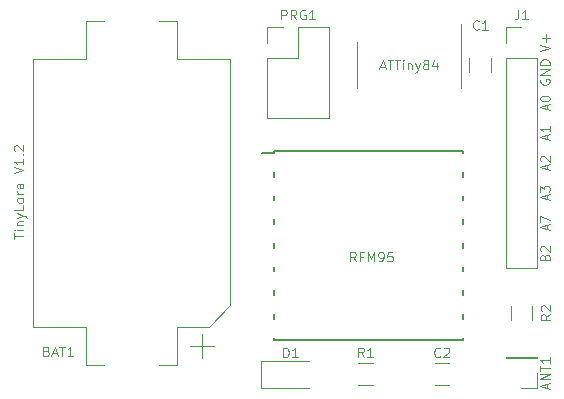
<source format=gbr>
G04 #@! TF.GenerationSoftware,KiCad,Pcbnew,5.1.5*
G04 #@! TF.CreationDate,2020-01-01T11:05:53+01:00*
G04 #@! TF.ProjectId,LORA_ATTINY84,4c4f5241-5f41-4545-9449-4e5938342e6b,rev?*
G04 #@! TF.SameCoordinates,Original*
G04 #@! TF.FileFunction,Legend,Top*
G04 #@! TF.FilePolarity,Positive*
%FSLAX46Y46*%
G04 Gerber Fmt 4.6, Leading zero omitted, Abs format (unit mm)*
G04 Created by KiCad (PCBNEW 5.1.5) date 2020-01-01 11:05:53*
%MOMM*%
%LPD*%
G04 APERTURE LIST*
%ADD10C,0.100000*%
%ADD11C,0.120000*%
%ADD12C,0.200000*%
G04 APERTURE END LIST*
D10*
X91509857Y-66427309D02*
X91547952Y-66313023D01*
X91586047Y-66274928D01*
X91662238Y-66236833D01*
X91776523Y-66236833D01*
X91852714Y-66274928D01*
X91890809Y-66313023D01*
X91928904Y-66389214D01*
X91928904Y-66693976D01*
X91128904Y-66693976D01*
X91128904Y-66427309D01*
X91167000Y-66351119D01*
X91205095Y-66313023D01*
X91281285Y-66274928D01*
X91357476Y-66274928D01*
X91433666Y-66313023D01*
X91471761Y-66351119D01*
X91509857Y-66427309D01*
X91509857Y-66693976D01*
X91205095Y-65932071D02*
X91167000Y-65893976D01*
X91128904Y-65817785D01*
X91128904Y-65627309D01*
X91167000Y-65551119D01*
X91205095Y-65513023D01*
X91281285Y-65474928D01*
X91357476Y-65474928D01*
X91471761Y-65513023D01*
X91928904Y-65970166D01*
X91928904Y-65474928D01*
X91700333Y-64071428D02*
X91700333Y-63690476D01*
X91928904Y-64147619D02*
X91128904Y-63880952D01*
X91928904Y-63614285D01*
X91128904Y-63423809D02*
X91128904Y-62890476D01*
X91928904Y-63233333D01*
X91700333Y-61531428D02*
X91700333Y-61150476D01*
X91928904Y-61607619D02*
X91128904Y-61340952D01*
X91928904Y-61074285D01*
X91128904Y-60883809D02*
X91128904Y-60388571D01*
X91433666Y-60655238D01*
X91433666Y-60540952D01*
X91471761Y-60464761D01*
X91509857Y-60426666D01*
X91586047Y-60388571D01*
X91776523Y-60388571D01*
X91852714Y-60426666D01*
X91890809Y-60464761D01*
X91928904Y-60540952D01*
X91928904Y-60769523D01*
X91890809Y-60845714D01*
X91852714Y-60883809D01*
X91700333Y-58991428D02*
X91700333Y-58610476D01*
X91928904Y-59067619D02*
X91128904Y-58800952D01*
X91928904Y-58534285D01*
X91205095Y-58305714D02*
X91167000Y-58267619D01*
X91128904Y-58191428D01*
X91128904Y-58000952D01*
X91167000Y-57924761D01*
X91205095Y-57886666D01*
X91281285Y-57848571D01*
X91357476Y-57848571D01*
X91471761Y-57886666D01*
X91928904Y-58343809D01*
X91928904Y-57848571D01*
X91700333Y-56451428D02*
X91700333Y-56070476D01*
X91928904Y-56527619D02*
X91128904Y-56260952D01*
X91928904Y-55994285D01*
X91928904Y-55308571D02*
X91928904Y-55765714D01*
X91928904Y-55537142D02*
X91128904Y-55537142D01*
X91243190Y-55613333D01*
X91319380Y-55689523D01*
X91357476Y-55765714D01*
X91700333Y-53911428D02*
X91700333Y-53530476D01*
X91928904Y-53987619D02*
X91128904Y-53720952D01*
X91928904Y-53454285D01*
X91128904Y-53035238D02*
X91128904Y-52959047D01*
X91167000Y-52882857D01*
X91205095Y-52844761D01*
X91281285Y-52806666D01*
X91433666Y-52768571D01*
X91624142Y-52768571D01*
X91776523Y-52806666D01*
X91852714Y-52844761D01*
X91890809Y-52882857D01*
X91928904Y-52959047D01*
X91928904Y-53035238D01*
X91890809Y-53111428D01*
X91852714Y-53149523D01*
X91776523Y-53187619D01*
X91624142Y-53225714D01*
X91433666Y-53225714D01*
X91281285Y-53187619D01*
X91205095Y-53149523D01*
X91167000Y-53111428D01*
X91128904Y-53035238D01*
X91167000Y-51346023D02*
X91128904Y-51422214D01*
X91128904Y-51536500D01*
X91167000Y-51650785D01*
X91243190Y-51726976D01*
X91319380Y-51765071D01*
X91471761Y-51803166D01*
X91586047Y-51803166D01*
X91738428Y-51765071D01*
X91814619Y-51726976D01*
X91890809Y-51650785D01*
X91928904Y-51536500D01*
X91928904Y-51460309D01*
X91890809Y-51346023D01*
X91852714Y-51307928D01*
X91586047Y-51307928D01*
X91586047Y-51460309D01*
X91928904Y-50965071D02*
X91128904Y-50965071D01*
X91928904Y-50507928D01*
X91128904Y-50507928D01*
X91928904Y-50126976D02*
X91128904Y-50126976D01*
X91128904Y-49936500D01*
X91167000Y-49822214D01*
X91243190Y-49746023D01*
X91319380Y-49707928D01*
X91471761Y-49669833D01*
X91586047Y-49669833D01*
X91738428Y-49707928D01*
X91814619Y-49746023D01*
X91890809Y-49822214D01*
X91928904Y-49936500D01*
X91928904Y-50126976D01*
X91128904Y-48958404D02*
X91928904Y-48691738D01*
X91128904Y-48425071D01*
X91624142Y-48158404D02*
X91624142Y-47548880D01*
X91928904Y-47853642D02*
X91319380Y-47853642D01*
X46577304Y-64839352D02*
X46577304Y-64382209D01*
X47377304Y-64610780D02*
X46577304Y-64610780D01*
X47377304Y-64115542D02*
X46843971Y-64115542D01*
X46577304Y-64115542D02*
X46615400Y-64153638D01*
X46653495Y-64115542D01*
X46615400Y-64077447D01*
X46577304Y-64115542D01*
X46653495Y-64115542D01*
X46843971Y-63734590D02*
X47377304Y-63734590D01*
X46920161Y-63734590D02*
X46882066Y-63696495D01*
X46843971Y-63620304D01*
X46843971Y-63506019D01*
X46882066Y-63429828D01*
X46958257Y-63391733D01*
X47377304Y-63391733D01*
X46843971Y-63086971D02*
X47377304Y-62896495D01*
X46843971Y-62706019D02*
X47377304Y-62896495D01*
X47567780Y-62972685D01*
X47605876Y-63010780D01*
X47643971Y-63086971D01*
X47377304Y-62020304D02*
X47377304Y-62401257D01*
X46577304Y-62401257D01*
X47377304Y-61639352D02*
X47339209Y-61715542D01*
X47301114Y-61753638D01*
X47224923Y-61791733D01*
X46996352Y-61791733D01*
X46920161Y-61753638D01*
X46882066Y-61715542D01*
X46843971Y-61639352D01*
X46843971Y-61525066D01*
X46882066Y-61448876D01*
X46920161Y-61410780D01*
X46996352Y-61372685D01*
X47224923Y-61372685D01*
X47301114Y-61410780D01*
X47339209Y-61448876D01*
X47377304Y-61525066D01*
X47377304Y-61639352D01*
X47377304Y-61029828D02*
X46843971Y-61029828D01*
X46996352Y-61029828D02*
X46920161Y-60991733D01*
X46882066Y-60953638D01*
X46843971Y-60877447D01*
X46843971Y-60801257D01*
X47377304Y-60191733D02*
X46958257Y-60191733D01*
X46882066Y-60229828D01*
X46843971Y-60306019D01*
X46843971Y-60458400D01*
X46882066Y-60534590D01*
X47339209Y-60191733D02*
X47377304Y-60267923D01*
X47377304Y-60458400D01*
X47339209Y-60534590D01*
X47263019Y-60572685D01*
X47186828Y-60572685D01*
X47110638Y-60534590D01*
X47072542Y-60458400D01*
X47072542Y-60267923D01*
X47034447Y-60191733D01*
X46577304Y-59315542D02*
X47377304Y-59048876D01*
X46577304Y-58782209D01*
X47377304Y-58096495D02*
X47377304Y-58553638D01*
X47377304Y-58325066D02*
X46577304Y-58325066D01*
X46691590Y-58401257D01*
X46767780Y-58477447D01*
X46805876Y-58553638D01*
X47301114Y-57753638D02*
X47339209Y-57715542D01*
X47377304Y-57753638D01*
X47339209Y-57791733D01*
X47301114Y-57753638D01*
X47377304Y-57753638D01*
X46653495Y-57410780D02*
X46615400Y-57372685D01*
X46577304Y-57296495D01*
X46577304Y-57106019D01*
X46615400Y-57029828D01*
X46653495Y-56991733D01*
X46729685Y-56953638D01*
X46805876Y-56953638D01*
X46920161Y-56991733D01*
X47377304Y-57448876D01*
X47377304Y-56953638D01*
D11*
X90445000Y-71722064D02*
X90445000Y-70517936D01*
X88625000Y-71722064D02*
X88625000Y-70517936D01*
X82201936Y-77237000D02*
X83406064Y-77237000D01*
X82201936Y-75417000D02*
X83406064Y-75417000D01*
X85132500Y-49562936D02*
X85132500Y-50767064D01*
X86952500Y-49562936D02*
X86952500Y-50767064D01*
X68012000Y-46930000D02*
X69342000Y-46930000D01*
X68012000Y-48260000D02*
X68012000Y-46930000D01*
X70612000Y-46930000D02*
X73212000Y-46930000D01*
X70612000Y-49530000D02*
X70612000Y-46930000D01*
X68012000Y-49530000D02*
X70612000Y-49530000D01*
X73212000Y-46930000D02*
X73212000Y-54670000D01*
X68012000Y-49530000D02*
X68012000Y-54670000D01*
X68012000Y-54670000D02*
X73212000Y-54670000D01*
X88205000Y-46930000D02*
X89535000Y-46930000D01*
X88205000Y-48260000D02*
X88205000Y-46930000D01*
X88205000Y-49530000D02*
X90865000Y-49530000D01*
X90865000Y-49530000D02*
X90865000Y-67370000D01*
X88205000Y-49530000D02*
X88205000Y-67370000D01*
X88205000Y-67370000D02*
X90865000Y-67370000D01*
X75724936Y-77237000D02*
X76929064Y-77237000D01*
X75724936Y-75417000D02*
X76929064Y-75417000D01*
X67517000Y-77462000D02*
X71577000Y-77462000D01*
X67517000Y-75192000D02*
X67517000Y-77462000D01*
X71577000Y-75192000D02*
X67517000Y-75192000D01*
X60365000Y-49610000D02*
X60365000Y-46410000D01*
X60365000Y-46410000D02*
X58815000Y-46410000D01*
X64865000Y-49610000D02*
X60365000Y-49610000D01*
X64865000Y-49610000D02*
X64865000Y-70510000D01*
X63065000Y-72310000D02*
X60365000Y-72310000D01*
X64865000Y-70510000D02*
X63065000Y-72310000D01*
X60365000Y-72310000D02*
X60365000Y-75510000D01*
X60365000Y-75510000D02*
X58815000Y-75510000D01*
X52665000Y-72310000D02*
X52665000Y-75510000D01*
X52665000Y-75510000D02*
X54215000Y-75510000D01*
X52665000Y-49610000D02*
X52665000Y-46410000D01*
X52665000Y-46410000D02*
X54215000Y-46410000D01*
X48165000Y-72310000D02*
X48165000Y-49610000D01*
X48165000Y-72310000D02*
X52665000Y-72310000D01*
X48165000Y-49610000D02*
X52665000Y-49610000D01*
X61515000Y-73960000D02*
X63515000Y-73960000D01*
X62515000Y-72960000D02*
X62515000Y-74960000D01*
X84445000Y-50165000D02*
X84445000Y-46715000D01*
X84445000Y-50165000D02*
X84445000Y-52115000D01*
X75575000Y-50165000D02*
X75575000Y-48215000D01*
X75575000Y-50165000D02*
X75575000Y-52115000D01*
D12*
X68580000Y-57420000D02*
X84580000Y-57420000D01*
X68580000Y-69220000D02*
X68580000Y-69620000D01*
X68580000Y-67220000D02*
X68580000Y-67620000D01*
X68580000Y-65220000D02*
X68580000Y-65620000D01*
X68580000Y-63220000D02*
X68580000Y-63620000D01*
X68580000Y-61620000D02*
X68580000Y-61220000D01*
X68580000Y-59620000D02*
X68580000Y-59220000D01*
X67580000Y-57620000D02*
X68580000Y-57620000D01*
X68580000Y-57620000D02*
X68580000Y-57420000D01*
X68580000Y-71220000D02*
X68580000Y-71620000D01*
X84580000Y-57420000D02*
X84580000Y-57620000D01*
X84580000Y-59220000D02*
X84580000Y-59620000D01*
X84580000Y-61220000D02*
X84580000Y-61620000D01*
X84580000Y-63220000D02*
X84580000Y-63620000D01*
X84580000Y-65220000D02*
X84580000Y-65620000D01*
X84580000Y-67220000D02*
X84580000Y-67620000D01*
X84580000Y-69220000D02*
X84580000Y-69620000D01*
X84580000Y-71220000D02*
X84580000Y-71620000D01*
X84580000Y-73220000D02*
X84580000Y-73420000D01*
X84580000Y-73420000D02*
X68580000Y-73420000D01*
X68580000Y-73420000D02*
X68580000Y-73220000D01*
D11*
X90865000Y-77530000D02*
X89535000Y-77530000D01*
X90865000Y-76200000D02*
X90865000Y-77530000D01*
X90865000Y-74930000D02*
X88205000Y-74930000D01*
X88205000Y-74930000D02*
X88205000Y-74870000D01*
X90865000Y-74930000D02*
X90865000Y-74870000D01*
X90865000Y-74870000D02*
X88205000Y-74870000D01*
D10*
X91992404Y-71253333D02*
X91611452Y-71520000D01*
X91992404Y-71710476D02*
X91192404Y-71710476D01*
X91192404Y-71405714D01*
X91230500Y-71329523D01*
X91268595Y-71291428D01*
X91344785Y-71253333D01*
X91459071Y-71253333D01*
X91535261Y-71291428D01*
X91573357Y-71329523D01*
X91611452Y-71405714D01*
X91611452Y-71710476D01*
X91268595Y-70948571D02*
X91230500Y-70910476D01*
X91192404Y-70834285D01*
X91192404Y-70643809D01*
X91230500Y-70567619D01*
X91268595Y-70529523D01*
X91344785Y-70491428D01*
X91420976Y-70491428D01*
X91535261Y-70529523D01*
X91992404Y-70986666D01*
X91992404Y-70491428D01*
X82670666Y-74792714D02*
X82632571Y-74830809D01*
X82518285Y-74868904D01*
X82442095Y-74868904D01*
X82327809Y-74830809D01*
X82251619Y-74754619D01*
X82213523Y-74678428D01*
X82175428Y-74526047D01*
X82175428Y-74411761D01*
X82213523Y-74259380D01*
X82251619Y-74183190D01*
X82327809Y-74107000D01*
X82442095Y-74068904D01*
X82518285Y-74068904D01*
X82632571Y-74107000D01*
X82670666Y-74145095D01*
X82975428Y-74145095D02*
X83013523Y-74107000D01*
X83089714Y-74068904D01*
X83280190Y-74068904D01*
X83356380Y-74107000D01*
X83394476Y-74145095D01*
X83432571Y-74221285D01*
X83432571Y-74297476D01*
X83394476Y-74411761D01*
X82937333Y-74868904D01*
X83432571Y-74868904D01*
X85909166Y-47085214D02*
X85871071Y-47123309D01*
X85756785Y-47161404D01*
X85680595Y-47161404D01*
X85566309Y-47123309D01*
X85490119Y-47047119D01*
X85452023Y-46970928D01*
X85413928Y-46818547D01*
X85413928Y-46704261D01*
X85452023Y-46551880D01*
X85490119Y-46475690D01*
X85566309Y-46399500D01*
X85680595Y-46361404D01*
X85756785Y-46361404D01*
X85871071Y-46399500D01*
X85909166Y-46437595D01*
X86671071Y-47161404D02*
X86213928Y-47161404D01*
X86442500Y-47161404D02*
X86442500Y-46361404D01*
X86366309Y-46475690D01*
X86290119Y-46551880D01*
X86213928Y-46589976D01*
X69221523Y-46291904D02*
X69221523Y-45491904D01*
X69526285Y-45491904D01*
X69602476Y-45530000D01*
X69640571Y-45568095D01*
X69678666Y-45644285D01*
X69678666Y-45758571D01*
X69640571Y-45834761D01*
X69602476Y-45872857D01*
X69526285Y-45910952D01*
X69221523Y-45910952D01*
X70478666Y-46291904D02*
X70212000Y-45910952D01*
X70021523Y-46291904D02*
X70021523Y-45491904D01*
X70326285Y-45491904D01*
X70402476Y-45530000D01*
X70440571Y-45568095D01*
X70478666Y-45644285D01*
X70478666Y-45758571D01*
X70440571Y-45834761D01*
X70402476Y-45872857D01*
X70326285Y-45910952D01*
X70021523Y-45910952D01*
X71240571Y-45530000D02*
X71164380Y-45491904D01*
X71050095Y-45491904D01*
X70935809Y-45530000D01*
X70859619Y-45606190D01*
X70821523Y-45682380D01*
X70783428Y-45834761D01*
X70783428Y-45949047D01*
X70821523Y-46101428D01*
X70859619Y-46177619D01*
X70935809Y-46253809D01*
X71050095Y-46291904D01*
X71126285Y-46291904D01*
X71240571Y-46253809D01*
X71278666Y-46215714D01*
X71278666Y-45949047D01*
X71126285Y-45949047D01*
X72040571Y-46291904D02*
X71583428Y-46291904D01*
X71812000Y-46291904D02*
X71812000Y-45491904D01*
X71735809Y-45606190D01*
X71659619Y-45682380D01*
X71583428Y-45720476D01*
X89268333Y-45491904D02*
X89268333Y-46063333D01*
X89230238Y-46177619D01*
X89154047Y-46253809D01*
X89039761Y-46291904D01*
X88963571Y-46291904D01*
X90068333Y-46291904D02*
X89611190Y-46291904D01*
X89839761Y-46291904D02*
X89839761Y-45491904D01*
X89763571Y-45606190D01*
X89687380Y-45682380D01*
X89611190Y-45720476D01*
X76193666Y-74868904D02*
X75927000Y-74487952D01*
X75736523Y-74868904D02*
X75736523Y-74068904D01*
X76041285Y-74068904D01*
X76117476Y-74107000D01*
X76155571Y-74145095D01*
X76193666Y-74221285D01*
X76193666Y-74335571D01*
X76155571Y-74411761D01*
X76117476Y-74449857D01*
X76041285Y-74487952D01*
X75736523Y-74487952D01*
X76955571Y-74868904D02*
X76498428Y-74868904D01*
X76727000Y-74868904D02*
X76727000Y-74068904D01*
X76650809Y-74183190D01*
X76574619Y-74259380D01*
X76498428Y-74297476D01*
X69386523Y-74868904D02*
X69386523Y-74068904D01*
X69577000Y-74068904D01*
X69691285Y-74107000D01*
X69767476Y-74183190D01*
X69805571Y-74259380D01*
X69843666Y-74411761D01*
X69843666Y-74526047D01*
X69805571Y-74678428D01*
X69767476Y-74754619D01*
X69691285Y-74830809D01*
X69577000Y-74868904D01*
X69386523Y-74868904D01*
X70605571Y-74868904D02*
X70148428Y-74868904D01*
X70377000Y-74868904D02*
X70377000Y-74068904D01*
X70300809Y-74183190D01*
X70224619Y-74259380D01*
X70148428Y-74297476D01*
X49320571Y-74364857D02*
X49434857Y-74402952D01*
X49472952Y-74441047D01*
X49511047Y-74517238D01*
X49511047Y-74631523D01*
X49472952Y-74707714D01*
X49434857Y-74745809D01*
X49358666Y-74783904D01*
X49053904Y-74783904D01*
X49053904Y-73983904D01*
X49320571Y-73983904D01*
X49396761Y-74022000D01*
X49434857Y-74060095D01*
X49472952Y-74136285D01*
X49472952Y-74212476D01*
X49434857Y-74288666D01*
X49396761Y-74326761D01*
X49320571Y-74364857D01*
X49053904Y-74364857D01*
X49815809Y-74555333D02*
X50196761Y-74555333D01*
X49739619Y-74783904D02*
X50006285Y-73983904D01*
X50272952Y-74783904D01*
X50425333Y-73983904D02*
X50882476Y-73983904D01*
X50653904Y-74783904D02*
X50653904Y-73983904D01*
X51568190Y-74783904D02*
X51111047Y-74783904D01*
X51339619Y-74783904D02*
X51339619Y-73983904D01*
X51263428Y-74098190D01*
X51187238Y-74174380D01*
X51111047Y-74212476D01*
X77590952Y-50298333D02*
X77971904Y-50298333D01*
X77514761Y-50526904D02*
X77781428Y-49726904D01*
X78048095Y-50526904D01*
X78200476Y-49726904D02*
X78657619Y-49726904D01*
X78429047Y-50526904D02*
X78429047Y-49726904D01*
X78810000Y-49726904D02*
X79267142Y-49726904D01*
X79038571Y-50526904D02*
X79038571Y-49726904D01*
X79533809Y-50526904D02*
X79533809Y-49993571D01*
X79533809Y-49726904D02*
X79495714Y-49765000D01*
X79533809Y-49803095D01*
X79571904Y-49765000D01*
X79533809Y-49726904D01*
X79533809Y-49803095D01*
X79914761Y-49993571D02*
X79914761Y-50526904D01*
X79914761Y-50069761D02*
X79952857Y-50031666D01*
X80029047Y-49993571D01*
X80143333Y-49993571D01*
X80219523Y-50031666D01*
X80257619Y-50107857D01*
X80257619Y-50526904D01*
X80562380Y-49993571D02*
X80752857Y-50526904D01*
X80943333Y-49993571D02*
X80752857Y-50526904D01*
X80676666Y-50717380D01*
X80638571Y-50755476D01*
X80562380Y-50793571D01*
X81362380Y-50069761D02*
X81286190Y-50031666D01*
X81248095Y-49993571D01*
X81210000Y-49917380D01*
X81210000Y-49879285D01*
X81248095Y-49803095D01*
X81286190Y-49765000D01*
X81362380Y-49726904D01*
X81514761Y-49726904D01*
X81590952Y-49765000D01*
X81629047Y-49803095D01*
X81667142Y-49879285D01*
X81667142Y-49917380D01*
X81629047Y-49993571D01*
X81590952Y-50031666D01*
X81514761Y-50069761D01*
X81362380Y-50069761D01*
X81286190Y-50107857D01*
X81248095Y-50145952D01*
X81210000Y-50222142D01*
X81210000Y-50374523D01*
X81248095Y-50450714D01*
X81286190Y-50488809D01*
X81362380Y-50526904D01*
X81514761Y-50526904D01*
X81590952Y-50488809D01*
X81629047Y-50450714D01*
X81667142Y-50374523D01*
X81667142Y-50222142D01*
X81629047Y-50145952D01*
X81590952Y-50107857D01*
X81514761Y-50069761D01*
X82352857Y-49993571D02*
X82352857Y-50526904D01*
X82162380Y-49688809D02*
X81971904Y-50260238D01*
X82467142Y-50260238D01*
X75520714Y-66782904D02*
X75254047Y-66401952D01*
X75063571Y-66782904D02*
X75063571Y-65982904D01*
X75368333Y-65982904D01*
X75444523Y-66021000D01*
X75482619Y-66059095D01*
X75520714Y-66135285D01*
X75520714Y-66249571D01*
X75482619Y-66325761D01*
X75444523Y-66363857D01*
X75368333Y-66401952D01*
X75063571Y-66401952D01*
X76130238Y-66363857D02*
X75863571Y-66363857D01*
X75863571Y-66782904D02*
X75863571Y-65982904D01*
X76244523Y-65982904D01*
X76549285Y-66782904D02*
X76549285Y-65982904D01*
X76815952Y-66554333D01*
X77082619Y-65982904D01*
X77082619Y-66782904D01*
X77501666Y-66782904D02*
X77654047Y-66782904D01*
X77730238Y-66744809D01*
X77768333Y-66706714D01*
X77844523Y-66592428D01*
X77882619Y-66440047D01*
X77882619Y-66135285D01*
X77844523Y-66059095D01*
X77806428Y-66021000D01*
X77730238Y-65982904D01*
X77577857Y-65982904D01*
X77501666Y-66021000D01*
X77463571Y-66059095D01*
X77425476Y-66135285D01*
X77425476Y-66325761D01*
X77463571Y-66401952D01*
X77501666Y-66440047D01*
X77577857Y-66478142D01*
X77730238Y-66478142D01*
X77806428Y-66440047D01*
X77844523Y-66401952D01*
X77882619Y-66325761D01*
X78606428Y-65982904D02*
X78225476Y-65982904D01*
X78187380Y-66363857D01*
X78225476Y-66325761D01*
X78301666Y-66287666D01*
X78492142Y-66287666D01*
X78568333Y-66325761D01*
X78606428Y-66363857D01*
X78644523Y-66440047D01*
X78644523Y-66630523D01*
X78606428Y-66706714D01*
X78568333Y-66744809D01*
X78492142Y-66782904D01*
X78301666Y-66782904D01*
X78225476Y-66744809D01*
X78187380Y-66706714D01*
X91700333Y-77495238D02*
X91700333Y-77114285D01*
X91928904Y-77571428D02*
X91128904Y-77304761D01*
X91928904Y-77038095D01*
X91928904Y-76771428D02*
X91128904Y-76771428D01*
X91928904Y-76314285D01*
X91128904Y-76314285D01*
X91128904Y-76047619D02*
X91128904Y-75590476D01*
X91928904Y-75819047D02*
X91128904Y-75819047D01*
X91928904Y-74904761D02*
X91928904Y-75361904D01*
X91928904Y-75133333D02*
X91128904Y-75133333D01*
X91243190Y-75209523D01*
X91319380Y-75285714D01*
X91357476Y-75361904D01*
M02*

</source>
